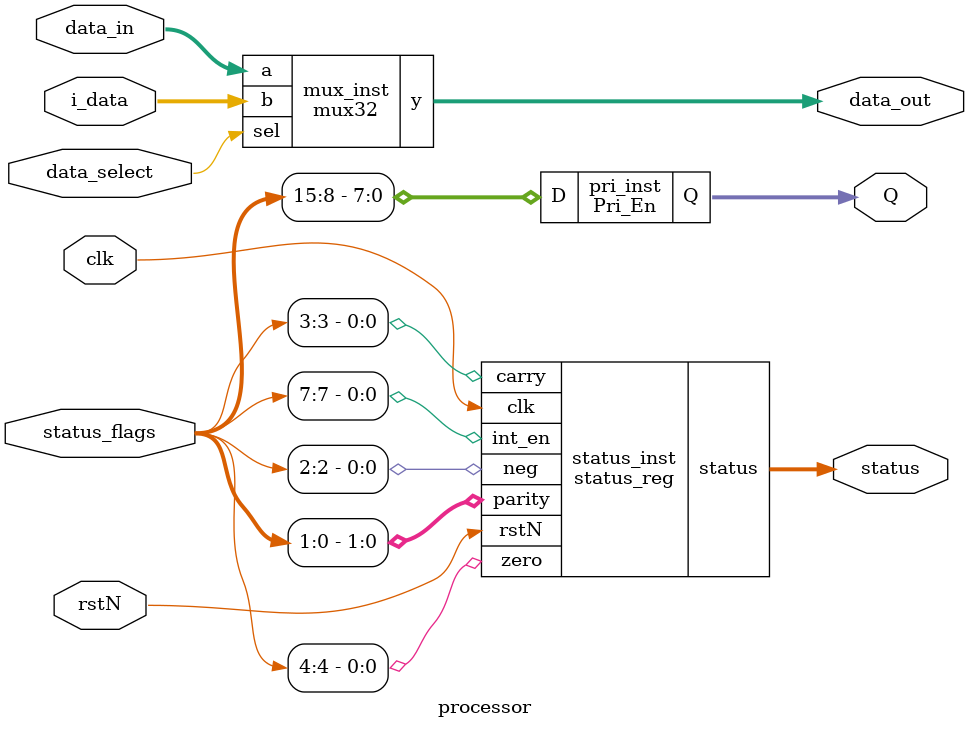
<source format=sv>
module mux32(
  input logic [31:0] a,
  input logic [31:0] b,
  input logic sel,
  output logic [31:0] y
);

  assign y = sel ? a : b;

endmodule

// ─── status_reg ──────────────────────────────────────────────────────────────
module status_reg(
  input logic clk,
  input logic rstN, // active low reset
  input logic int_en,
  input logic zero,
  input logic carry,
  input logic neg,
  input logic [1:0] parity,
  output logic [7:0] status
);

  always_ff @(posedge clk) begin
    if (!rstN)
      status <= 8'h60;
    else
      status <= {int_en, 1'b1, 1'b1, zero, carry, neg, parity};
  end

endmodule

// ─── Pri_En ──────────────────────────────────────────────────────────────────
module Pri_En(
  input logic [7:0] D,
  output logic [2:0] Q
);

  always_comb begin
    casez (D)
      8'b1???????: Q = 3'd7;
      8'b01??????: Q = 3'd6;
      8'b001?????: Q = 3'd5;
      8'b0001????: Q = 3'd4;
      8'b00001???: Q = 3'd3;
      8'b000001??: Q = 3'd2;
      8'b0000001?: Q = 3'd1;
      8'b00000001: Q = 3'd0;
      default:     Q = 3'd0;
    endcase
  end

endmodule

// ─── processor ───────────────────────────────────────────────────────────────
module processor(
  input logic clk, // clock
  input logic rstN, // active low reset signal
  input logic [31:0] data_in,
  input logic [31:0] i_data,
  input logic data_select,
  input logic [15:0] status_flags,

  output logic [31:0] data_out,
  output logic [ 7:0] status,
  output logic [ 2:0] Q
);

  mux32 mux_inst (
    .a   (data_in),
    .b   (i_data),
    .sel (data_select),
    .y   (data_out)
  );

  status_reg status_inst (
    .clk    (clk),
    .rstN   (rstN),
    .int_en (status_flags[7]),
    .zero   (status_flags[4]),
    .carry  (status_flags[3]),
    .neg    (status_flags[2]),
    .parity (status_flags[1:0]),
    .status (status)
  );

  Pri_En pri_inst (
    .D (status_flags[15:8]),
    .Q (Q)
  );

endmodule

</source>
